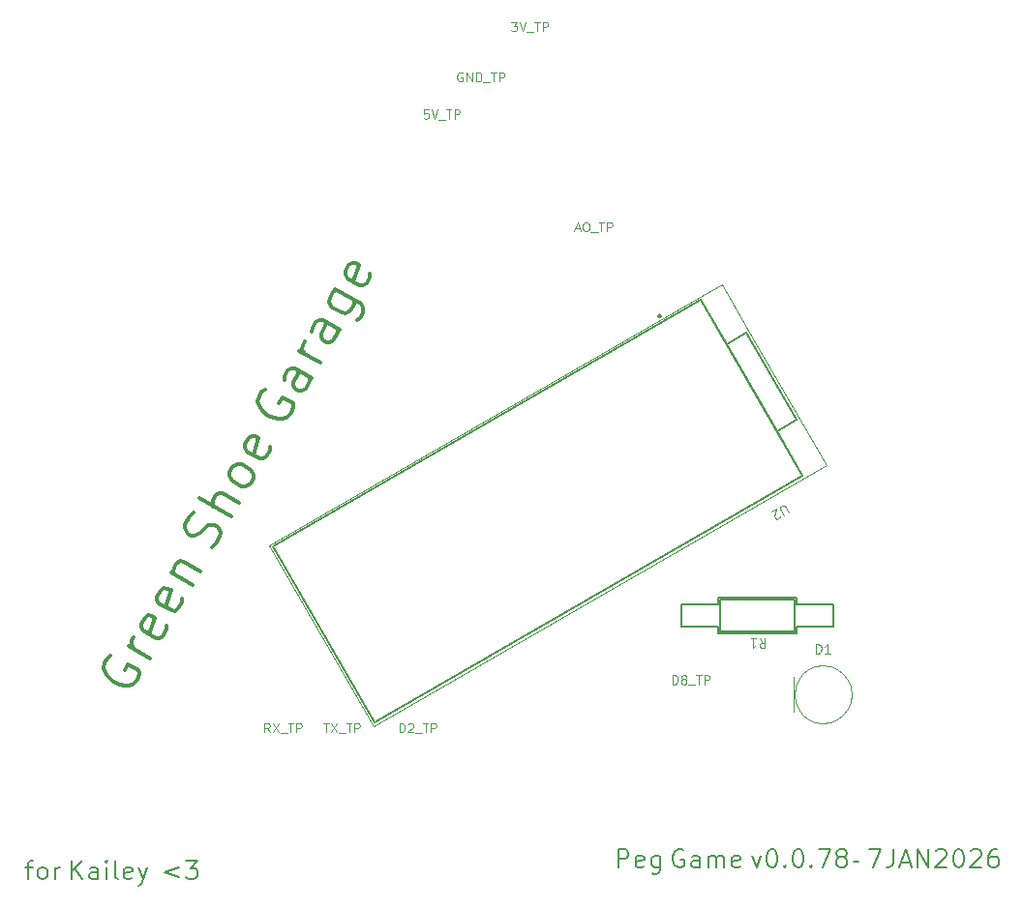
<source format=gbr>
%TF.GenerationSoftware,Flux,Pcbnew,9.0.6-9.0.6~ubuntu22.04.1*%
%TF.CreationDate,2026-01-08T03:09:05+00:00*%
%TF.ProjectId,input,696e7075-742e-46b6-9963-61645f706362,rev?*%
%TF.SameCoordinates,Original*%
%TF.FileFunction,Legend,Top*%
%TF.FilePolarity,Positive*%
%FSLAX46Y46*%
G04 Gerber Fmt 4.6, Leading zero omitted, Abs format (unit mm)*
G04 Filename: pegjumpinggamepcb-179b*
G04 Build it with Flux! Visit our site at: https://www.flux.ai (PCBNEW 9.0.6-9.0.6~ubuntu22.04.1) date 2026-01-08 03:09:05*
%MOMM*%
%LPD*%
G01*
G04 APERTURE LIST*
%ADD10C,0.190000*%
%ADD11C,0.380000*%
%ADD12C,0.095000*%
%ADD13C,0.120000*%
%ADD14C,0.200000*%
%ADD15C,0.127000*%
%ADD16C,0.050000*%
%ADD17C,0.152400*%
G04 APERTURE END LIST*
D10*
X425548880Y-206451943D02*
X426158404Y-206451943D01*
X425777452Y-207518610D02*
X425777452Y-206147181D01*
X425777452Y-206147181D02*
X425853642Y-205994800D01*
X425853642Y-205994800D02*
X426006023Y-205918610D01*
X426006023Y-205918610D02*
X426158404Y-205918610D01*
X426920309Y-207518610D02*
X426767928Y-207442420D01*
X426767928Y-207442420D02*
X426691738Y-207366229D01*
X426691738Y-207366229D02*
X426615547Y-207213848D01*
X426615547Y-207213848D02*
X426615547Y-206756705D01*
X426615547Y-206756705D02*
X426691738Y-206604324D01*
X426691738Y-206604324D02*
X426767928Y-206528134D01*
X426767928Y-206528134D02*
X426920309Y-206451943D01*
X426920309Y-206451943D02*
X427148881Y-206451943D01*
X427148881Y-206451943D02*
X427301262Y-206528134D01*
X427301262Y-206528134D02*
X427377452Y-206604324D01*
X427377452Y-206604324D02*
X427453643Y-206756705D01*
X427453643Y-206756705D02*
X427453643Y-207213848D01*
X427453643Y-207213848D02*
X427377452Y-207366229D01*
X427377452Y-207366229D02*
X427301262Y-207442420D01*
X427301262Y-207442420D02*
X427148881Y-207518610D01*
X427148881Y-207518610D02*
X426920309Y-207518610D01*
X428139357Y-207518610D02*
X428139357Y-206451943D01*
X428139357Y-206756705D02*
X428215547Y-206604324D01*
X428215547Y-206604324D02*
X428291738Y-206528134D01*
X428291738Y-206528134D02*
X428444119Y-206451943D01*
X428444119Y-206451943D02*
X428596500Y-206451943D01*
X429586976Y-207518610D02*
X429586976Y-205918610D01*
X430501262Y-207518610D02*
X429815547Y-206604324D01*
X430501262Y-205918610D02*
X429586976Y-206832896D01*
X431872690Y-207518610D02*
X431872690Y-206680515D01*
X431872690Y-206680515D02*
X431796500Y-206528134D01*
X431796500Y-206528134D02*
X431644119Y-206451943D01*
X431644119Y-206451943D02*
X431339357Y-206451943D01*
X431339357Y-206451943D02*
X431186976Y-206528134D01*
X431872690Y-207442420D02*
X431720309Y-207518610D01*
X431720309Y-207518610D02*
X431339357Y-207518610D01*
X431339357Y-207518610D02*
X431186976Y-207442420D01*
X431186976Y-207442420D02*
X431110785Y-207290039D01*
X431110785Y-207290039D02*
X431110785Y-207137658D01*
X431110785Y-207137658D02*
X431186976Y-206985277D01*
X431186976Y-206985277D02*
X431339357Y-206909086D01*
X431339357Y-206909086D02*
X431720309Y-206909086D01*
X431720309Y-206909086D02*
X431872690Y-206832896D01*
X432634595Y-207518610D02*
X432634595Y-206451943D01*
X432634595Y-205918610D02*
X432558404Y-205994800D01*
X432558404Y-205994800D02*
X432634595Y-206070991D01*
X432634595Y-206070991D02*
X432710785Y-205994800D01*
X432710785Y-205994800D02*
X432634595Y-205918610D01*
X432634595Y-205918610D02*
X432634595Y-206070991D01*
X433625071Y-207518610D02*
X433472690Y-207442420D01*
X433472690Y-207442420D02*
X433396500Y-207290039D01*
X433396500Y-207290039D02*
X433396500Y-205918610D01*
X434844119Y-207442420D02*
X434691738Y-207518610D01*
X434691738Y-207518610D02*
X434386976Y-207518610D01*
X434386976Y-207518610D02*
X434234595Y-207442420D01*
X434234595Y-207442420D02*
X434158404Y-207290039D01*
X434158404Y-207290039D02*
X434158404Y-206680515D01*
X434158404Y-206680515D02*
X434234595Y-206528134D01*
X434234595Y-206528134D02*
X434386976Y-206451943D01*
X434386976Y-206451943D02*
X434691738Y-206451943D01*
X434691738Y-206451943D02*
X434844119Y-206528134D01*
X434844119Y-206528134D02*
X434920309Y-206680515D01*
X434920309Y-206680515D02*
X434920309Y-206832896D01*
X434920309Y-206832896D02*
X434158404Y-206985277D01*
X435453643Y-206451943D02*
X435834595Y-207518610D01*
X436215548Y-206451943D02*
X435834595Y-207518610D01*
X435834595Y-207518610D02*
X435682214Y-207899562D01*
X435682214Y-207899562D02*
X435606024Y-207975753D01*
X435606024Y-207975753D02*
X435453643Y-208051943D01*
X438958406Y-206451943D02*
X437739358Y-206909086D01*
X437739358Y-206909086D02*
X438958406Y-207366229D01*
X439567929Y-205918610D02*
X440558405Y-205918610D01*
X440558405Y-205918610D02*
X440025072Y-206528134D01*
X440025072Y-206528134D02*
X440253643Y-206528134D01*
X440253643Y-206528134D02*
X440406024Y-206604324D01*
X440406024Y-206604324D02*
X440482215Y-206680515D01*
X440482215Y-206680515D02*
X440558405Y-206832896D01*
X440558405Y-206832896D02*
X440558405Y-207213848D01*
X440558405Y-207213848D02*
X440482215Y-207366229D01*
X440482215Y-207366229D02*
X440406024Y-207442420D01*
X440406024Y-207442420D02*
X440253643Y-207518610D01*
X440253643Y-207518610D02*
X439796500Y-207518610D01*
X439796500Y-207518610D02*
X439644119Y-207442420D01*
X439644119Y-207442420D02*
X439567929Y-207366229D01*
D11*
X433005866Y-187984442D02*
X432721520Y-188172183D01*
X432721520Y-188172183D02*
X432492948Y-188568080D01*
X432492948Y-188568080D02*
X432396343Y-189040168D01*
X432396343Y-189040168D02*
X432507893Y-189456480D01*
X432507893Y-189456480D02*
X432695634Y-189740827D01*
X432695634Y-189740827D02*
X433147307Y-190177555D01*
X433147307Y-190177555D02*
X433543204Y-190406126D01*
X433543204Y-190406126D02*
X434147258Y-190578922D01*
X434147258Y-190578922D02*
X434487380Y-190599338D01*
X434487380Y-190599338D02*
X434903692Y-190487787D01*
X434903692Y-190487787D02*
X435264230Y-190168080D01*
X435264230Y-190168080D02*
X435416611Y-189904149D01*
X435416611Y-189904149D02*
X435513216Y-189432061D01*
X435513216Y-189432061D02*
X435457441Y-189223904D01*
X435457441Y-189223904D02*
X434533680Y-188690571D01*
X434533680Y-188690571D02*
X434228919Y-189218434D01*
X436407087Y-188188593D02*
X434559566Y-187121927D01*
X435087429Y-187426689D02*
X434899688Y-187142342D01*
X434899688Y-187142342D02*
X434843913Y-186934186D01*
X434843913Y-186934186D02*
X434864328Y-186594064D01*
X434864328Y-186594064D02*
X435016709Y-186330132D01*
X437875121Y-185341122D02*
X437854706Y-185681244D01*
X437854706Y-185681244D02*
X437549944Y-186209107D01*
X437549944Y-186209107D02*
X437265597Y-186396848D01*
X437265597Y-186396848D02*
X436925475Y-186376433D01*
X436925475Y-186376433D02*
X435869749Y-185766909D01*
X435869749Y-185766909D02*
X435682008Y-185482563D01*
X435682008Y-185482563D02*
X435702423Y-185142440D01*
X435702423Y-185142440D02*
X436007185Y-184614577D01*
X436007185Y-184614577D02*
X436291531Y-184426836D01*
X436291531Y-184426836D02*
X436631653Y-184447251D01*
X436631653Y-184447251D02*
X436895585Y-184599632D01*
X436895585Y-184599632D02*
X436397612Y-186071671D01*
X439246549Y-182965738D02*
X439226134Y-183305860D01*
X439226134Y-183305860D02*
X438921372Y-183833723D01*
X438921372Y-183833723D02*
X438637025Y-184021464D01*
X438637025Y-184021464D02*
X438296903Y-184001049D01*
X438296903Y-184001049D02*
X437241177Y-183391525D01*
X437241177Y-183391525D02*
X437053436Y-183107179D01*
X437053436Y-183107179D02*
X437073851Y-182767057D01*
X437073851Y-182767057D02*
X437378613Y-182239194D01*
X437378613Y-182239194D02*
X437662960Y-182051452D01*
X437662960Y-182051452D02*
X438003082Y-182071868D01*
X438003082Y-182071868D02*
X438267014Y-182224249D01*
X438267014Y-182224249D02*
X437769040Y-183696287D01*
X438292899Y-180655604D02*
X440140420Y-181722271D01*
X438556830Y-180807985D02*
X438501055Y-180599829D01*
X438501055Y-180599829D02*
X438521470Y-180259707D01*
X438521470Y-180259707D02*
X438750042Y-179863810D01*
X438750042Y-179863810D02*
X439034388Y-179676069D01*
X439034388Y-179676069D02*
X439374510Y-179696484D01*
X439374510Y-179696484D02*
X440826134Y-180534579D01*
X441837025Y-178478902D02*
X442197563Y-178159195D01*
X442197563Y-178159195D02*
X442578515Y-177499366D01*
X442578515Y-177499366D02*
X442598930Y-177159244D01*
X442598930Y-177159244D02*
X442543155Y-176951088D01*
X442543155Y-176951088D02*
X442355414Y-176666741D01*
X442355414Y-176666741D02*
X442091482Y-176514360D01*
X442091482Y-176514360D02*
X441751360Y-176493945D01*
X441751360Y-176493945D02*
X441543204Y-176549720D01*
X441543204Y-176549720D02*
X441258857Y-176737461D01*
X441258857Y-176737461D02*
X440822130Y-177189134D01*
X440822130Y-177189134D02*
X440537783Y-177376875D01*
X440537783Y-177376875D02*
X440329627Y-177432650D01*
X440329627Y-177432650D02*
X439989505Y-177412235D01*
X439989505Y-177412235D02*
X439725573Y-177259854D01*
X439725573Y-177259854D02*
X439537832Y-176975507D01*
X439537832Y-176975507D02*
X439482057Y-176767351D01*
X439482057Y-176767351D02*
X439502472Y-176427229D01*
X439502472Y-176427229D02*
X439883424Y-175767400D01*
X439883424Y-175767400D02*
X440243961Y-175447693D01*
X443568991Y-175783811D02*
X440797710Y-174183811D01*
X444254706Y-174596119D02*
X442803082Y-173758024D01*
X442803082Y-173758024D02*
X442462960Y-173737609D01*
X442462960Y-173737609D02*
X442178613Y-173925350D01*
X442178613Y-173925350D02*
X441950042Y-174321247D01*
X441950042Y-174321247D02*
X441929627Y-174661369D01*
X441929627Y-174661369D02*
X441985402Y-174869525D01*
X445245182Y-172880564D02*
X444960835Y-173068305D01*
X444960835Y-173068305D02*
X444752679Y-173124080D01*
X444752679Y-173124080D02*
X444412557Y-173103665D01*
X444412557Y-173103665D02*
X443620762Y-172646522D01*
X443620762Y-172646522D02*
X443433021Y-172362176D01*
X443433021Y-172362176D02*
X443377246Y-172154019D01*
X443377246Y-172154019D02*
X443397661Y-171813897D01*
X443397661Y-171813897D02*
X443626232Y-171418000D01*
X443626232Y-171418000D02*
X443910579Y-171230259D01*
X443910579Y-171230259D02*
X444118735Y-171174484D01*
X444118735Y-171174484D02*
X444458857Y-171194899D01*
X444458857Y-171194899D02*
X445250652Y-171652042D01*
X445250652Y-171652042D02*
X445438393Y-171936388D01*
X445438393Y-171936388D02*
X445494168Y-172144545D01*
X445494168Y-172144545D02*
X445473753Y-172484667D01*
X445473753Y-172484667D02*
X445245182Y-172880564D01*
X446941787Y-169637195D02*
X446921372Y-169977317D01*
X446921372Y-169977317D02*
X446616610Y-170505180D01*
X446616610Y-170505180D02*
X446332263Y-170692921D01*
X446332263Y-170692921D02*
X445992141Y-170672506D01*
X445992141Y-170672506D02*
X444936415Y-170062982D01*
X444936415Y-170062982D02*
X444748674Y-169778635D01*
X444748674Y-169778635D02*
X444769089Y-169438513D01*
X444769089Y-169438513D02*
X445073851Y-168910650D01*
X445073851Y-168910650D02*
X445358198Y-168722909D01*
X445358198Y-168722909D02*
X445698320Y-168743324D01*
X445698320Y-168743324D02*
X445962252Y-168895705D01*
X445962252Y-168895705D02*
X445464278Y-170367744D01*
X446491580Y-164626500D02*
X446207234Y-164814241D01*
X446207234Y-164814241D02*
X445978662Y-165210138D01*
X445978662Y-165210138D02*
X445882057Y-165682226D01*
X445882057Y-165682226D02*
X445993607Y-166098539D01*
X445993607Y-166098539D02*
X446181348Y-166382885D01*
X446181348Y-166382885D02*
X446633021Y-166819613D01*
X446633021Y-166819613D02*
X447028918Y-167048184D01*
X447028918Y-167048184D02*
X447632972Y-167220981D01*
X447632972Y-167220981D02*
X447973094Y-167241396D01*
X447973094Y-167241396D02*
X448389406Y-167129845D01*
X448389406Y-167129845D02*
X448749944Y-166810138D01*
X448749944Y-166810138D02*
X448902325Y-166546207D01*
X448902325Y-166546207D02*
X448998930Y-166074119D01*
X448998930Y-166074119D02*
X448943155Y-165865963D01*
X448943155Y-165865963D02*
X448019394Y-165332629D01*
X448019394Y-165332629D02*
X447714633Y-165860492D01*
X450578515Y-163642960D02*
X449126891Y-162804864D01*
X449126891Y-162804864D02*
X448786769Y-162784449D01*
X448786769Y-162784449D02*
X448502423Y-162972190D01*
X448502423Y-162972190D02*
X448197661Y-163500053D01*
X448197661Y-163500053D02*
X448177246Y-163840175D01*
X450446549Y-163566769D02*
X450426134Y-163906891D01*
X450426134Y-163906891D02*
X450045182Y-164566720D01*
X450045182Y-164566720D02*
X449760835Y-164754461D01*
X449760835Y-164754461D02*
X449420713Y-164734046D01*
X449420713Y-164734046D02*
X449156781Y-164581665D01*
X449156781Y-164581665D02*
X448969040Y-164297318D01*
X448969040Y-164297318D02*
X448989455Y-163957196D01*
X448989455Y-163957196D02*
X449370408Y-163297367D01*
X449370408Y-163297367D02*
X449390823Y-162957245D01*
X451340420Y-162323302D02*
X449492899Y-161256635D01*
X450020762Y-161561397D02*
X449833021Y-161277050D01*
X449833021Y-161277050D02*
X449777246Y-161068894D01*
X449777246Y-161068894D02*
X449797661Y-160728772D01*
X449797661Y-160728772D02*
X449950042Y-160464841D01*
X453016610Y-159420055D02*
X451564986Y-158581960D01*
X451564986Y-158581960D02*
X451224864Y-158561545D01*
X451224864Y-158561545D02*
X450940518Y-158749286D01*
X450940518Y-158749286D02*
X450635756Y-159277149D01*
X450635756Y-159277149D02*
X450615341Y-159617271D01*
X452884644Y-159343865D02*
X452864229Y-159683987D01*
X452864229Y-159683987D02*
X452483277Y-160343816D01*
X452483277Y-160343816D02*
X452198930Y-160531557D01*
X452198930Y-160531557D02*
X451858808Y-160511142D01*
X451858808Y-160511142D02*
X451594876Y-160358761D01*
X451594876Y-160358761D02*
X451407135Y-160074414D01*
X451407135Y-160074414D02*
X451427550Y-159734292D01*
X451427550Y-159734292D02*
X451808503Y-159074463D01*
X451808503Y-159074463D02*
X451828918Y-158734341D01*
X452616708Y-155846039D02*
X454860126Y-157141277D01*
X454860126Y-157141277D02*
X455047867Y-157425624D01*
X455047867Y-157425624D02*
X455103643Y-157633780D01*
X455103643Y-157633780D02*
X455083228Y-157973902D01*
X455083228Y-157973902D02*
X454854656Y-158369799D01*
X454854656Y-158369799D02*
X454570309Y-158557540D01*
X454332263Y-156836515D02*
X454311848Y-157176637D01*
X454311848Y-157176637D02*
X454007086Y-157704500D01*
X454007086Y-157704500D02*
X453722739Y-157892241D01*
X453722739Y-157892241D02*
X453514583Y-157948017D01*
X453514583Y-157948017D02*
X453174461Y-157927601D01*
X453174461Y-157927601D02*
X452382666Y-157470459D01*
X452382666Y-157470459D02*
X452194925Y-157186112D01*
X452194925Y-157186112D02*
X452139150Y-156977956D01*
X452139150Y-156977956D02*
X452159565Y-156637834D01*
X452159565Y-156637834D02*
X452464327Y-156109970D01*
X452464327Y-156109970D02*
X452748674Y-155922229D01*
X455703692Y-154461131D02*
X455683277Y-154801253D01*
X455683277Y-154801253D02*
X455378515Y-155329116D01*
X455378515Y-155329116D02*
X455094168Y-155516857D01*
X455094168Y-155516857D02*
X454754046Y-155496442D01*
X454754046Y-155496442D02*
X453698320Y-154886918D01*
X453698320Y-154886918D02*
X453510579Y-154602572D01*
X453510579Y-154602572D02*
X453530994Y-154262450D01*
X453530994Y-154262450D02*
X453835756Y-153734587D01*
X453835756Y-153734587D02*
X454120102Y-153546846D01*
X454120102Y-153546846D02*
X454460224Y-153567261D01*
X454460224Y-153567261D02*
X454724156Y-153719642D01*
X454724156Y-153719642D02*
X454226183Y-155191680D01*
D10*
X477384752Y-206509310D02*
X477384752Y-204909310D01*
X477384752Y-204909310D02*
X477994276Y-204909310D01*
X477994276Y-204909310D02*
X478146657Y-204985500D01*
X478146657Y-204985500D02*
X478222847Y-205061691D01*
X478222847Y-205061691D02*
X478299038Y-205214072D01*
X478299038Y-205214072D02*
X478299038Y-205442643D01*
X478299038Y-205442643D02*
X478222847Y-205595024D01*
X478222847Y-205595024D02*
X478146657Y-205671215D01*
X478146657Y-205671215D02*
X477994276Y-205747405D01*
X477994276Y-205747405D02*
X477384752Y-205747405D01*
X479594276Y-206433120D02*
X479441895Y-206509310D01*
X479441895Y-206509310D02*
X479137133Y-206509310D01*
X479137133Y-206509310D02*
X478984752Y-206433120D01*
X478984752Y-206433120D02*
X478908561Y-206280739D01*
X478908561Y-206280739D02*
X478908561Y-205671215D01*
X478908561Y-205671215D02*
X478984752Y-205518834D01*
X478984752Y-205518834D02*
X479137133Y-205442643D01*
X479137133Y-205442643D02*
X479441895Y-205442643D01*
X479441895Y-205442643D02*
X479594276Y-205518834D01*
X479594276Y-205518834D02*
X479670466Y-205671215D01*
X479670466Y-205671215D02*
X479670466Y-205823596D01*
X479670466Y-205823596D02*
X478908561Y-205975977D01*
X481041895Y-205442643D02*
X481041895Y-206737881D01*
X481041895Y-206737881D02*
X480965705Y-206890262D01*
X480965705Y-206890262D02*
X480889514Y-206966453D01*
X480889514Y-206966453D02*
X480737133Y-207042643D01*
X480737133Y-207042643D02*
X480508562Y-207042643D01*
X480508562Y-207042643D02*
X480356181Y-206966453D01*
X481041895Y-206433120D02*
X480889514Y-206509310D01*
X480889514Y-206509310D02*
X480584752Y-206509310D01*
X480584752Y-206509310D02*
X480432371Y-206433120D01*
X480432371Y-206433120D02*
X480356181Y-206356929D01*
X480356181Y-206356929D02*
X480279990Y-206204548D01*
X480279990Y-206204548D02*
X480279990Y-205747405D01*
X480279990Y-205747405D02*
X480356181Y-205595024D01*
X480356181Y-205595024D02*
X480432371Y-205518834D01*
X480432371Y-205518834D02*
X480584752Y-205442643D01*
X480584752Y-205442643D02*
X480889514Y-205442643D01*
X480889514Y-205442643D02*
X481041895Y-205518834D01*
X483099038Y-204985500D02*
X482946657Y-204909310D01*
X482946657Y-204909310D02*
X482718086Y-204909310D01*
X482718086Y-204909310D02*
X482489514Y-204985500D01*
X482489514Y-204985500D02*
X482337133Y-205137881D01*
X482337133Y-205137881D02*
X482260943Y-205290262D01*
X482260943Y-205290262D02*
X482184752Y-205595024D01*
X482184752Y-205595024D02*
X482184752Y-205823596D01*
X482184752Y-205823596D02*
X482260943Y-206128358D01*
X482260943Y-206128358D02*
X482337133Y-206280739D01*
X482337133Y-206280739D02*
X482489514Y-206433120D01*
X482489514Y-206433120D02*
X482718086Y-206509310D01*
X482718086Y-206509310D02*
X482870467Y-206509310D01*
X482870467Y-206509310D02*
X483099038Y-206433120D01*
X483099038Y-206433120D02*
X483175229Y-206356929D01*
X483175229Y-206356929D02*
X483175229Y-205823596D01*
X483175229Y-205823596D02*
X482870467Y-205823596D01*
X484546657Y-206509310D02*
X484546657Y-205671215D01*
X484546657Y-205671215D02*
X484470467Y-205518834D01*
X484470467Y-205518834D02*
X484318086Y-205442643D01*
X484318086Y-205442643D02*
X484013324Y-205442643D01*
X484013324Y-205442643D02*
X483860943Y-205518834D01*
X484546657Y-206433120D02*
X484394276Y-206509310D01*
X484394276Y-206509310D02*
X484013324Y-206509310D01*
X484013324Y-206509310D02*
X483860943Y-206433120D01*
X483860943Y-206433120D02*
X483784752Y-206280739D01*
X483784752Y-206280739D02*
X483784752Y-206128358D01*
X483784752Y-206128358D02*
X483860943Y-205975977D01*
X483860943Y-205975977D02*
X484013324Y-205899786D01*
X484013324Y-205899786D02*
X484394276Y-205899786D01*
X484394276Y-205899786D02*
X484546657Y-205823596D01*
X485308562Y-206509310D02*
X485308562Y-205442643D01*
X485308562Y-205595024D02*
X485384752Y-205518834D01*
X485384752Y-205518834D02*
X485537133Y-205442643D01*
X485537133Y-205442643D02*
X485765705Y-205442643D01*
X485765705Y-205442643D02*
X485918086Y-205518834D01*
X485918086Y-205518834D02*
X485994276Y-205671215D01*
X485994276Y-205671215D02*
X485994276Y-206509310D01*
X485994276Y-205671215D02*
X486070467Y-205518834D01*
X486070467Y-205518834D02*
X486222848Y-205442643D01*
X486222848Y-205442643D02*
X486451419Y-205442643D01*
X486451419Y-205442643D02*
X486603800Y-205518834D01*
X486603800Y-205518834D02*
X486679990Y-205671215D01*
X486679990Y-205671215D02*
X486679990Y-206509310D01*
X488051419Y-206433120D02*
X487899038Y-206509310D01*
X487899038Y-206509310D02*
X487594276Y-206509310D01*
X487594276Y-206509310D02*
X487441895Y-206433120D01*
X487441895Y-206433120D02*
X487365704Y-206280739D01*
X487365704Y-206280739D02*
X487365704Y-205671215D01*
X487365704Y-205671215D02*
X487441895Y-205518834D01*
X487441895Y-205518834D02*
X487594276Y-205442643D01*
X487594276Y-205442643D02*
X487899038Y-205442643D01*
X487899038Y-205442643D02*
X488051419Y-205518834D01*
X488051419Y-205518834D02*
X488127609Y-205671215D01*
X488127609Y-205671215D02*
X488127609Y-205823596D01*
X488127609Y-205823596D02*
X487365704Y-205975977D01*
X489118086Y-205442643D02*
X489499038Y-206509310D01*
X489499038Y-206509310D02*
X489879991Y-205442643D01*
X490794277Y-204909310D02*
X490946658Y-204909310D01*
X490946658Y-204909310D02*
X491099039Y-204985500D01*
X491099039Y-204985500D02*
X491175229Y-205061691D01*
X491175229Y-205061691D02*
X491251420Y-205214072D01*
X491251420Y-205214072D02*
X491327610Y-205518834D01*
X491327610Y-205518834D02*
X491327610Y-205899786D01*
X491327610Y-205899786D02*
X491251420Y-206204548D01*
X491251420Y-206204548D02*
X491175229Y-206356929D01*
X491175229Y-206356929D02*
X491099039Y-206433120D01*
X491099039Y-206433120D02*
X490946658Y-206509310D01*
X490946658Y-206509310D02*
X490794277Y-206509310D01*
X490794277Y-206509310D02*
X490641896Y-206433120D01*
X490641896Y-206433120D02*
X490565705Y-206356929D01*
X490565705Y-206356929D02*
X490489515Y-206204548D01*
X490489515Y-206204548D02*
X490413324Y-205899786D01*
X490413324Y-205899786D02*
X490413324Y-205518834D01*
X490413324Y-205518834D02*
X490489515Y-205214072D01*
X490489515Y-205214072D02*
X490565705Y-205061691D01*
X490565705Y-205061691D02*
X490641896Y-204985500D01*
X490641896Y-204985500D02*
X490794277Y-204909310D01*
X492013325Y-206356929D02*
X492089515Y-206433120D01*
X492089515Y-206433120D02*
X492013325Y-206509310D01*
X492013325Y-206509310D02*
X491937134Y-206433120D01*
X491937134Y-206433120D02*
X492013325Y-206356929D01*
X492013325Y-206356929D02*
X492013325Y-206509310D01*
X493079992Y-204909310D02*
X493232373Y-204909310D01*
X493232373Y-204909310D02*
X493384754Y-204985500D01*
X493384754Y-204985500D02*
X493460944Y-205061691D01*
X493460944Y-205061691D02*
X493537135Y-205214072D01*
X493537135Y-205214072D02*
X493613325Y-205518834D01*
X493613325Y-205518834D02*
X493613325Y-205899786D01*
X493613325Y-205899786D02*
X493537135Y-206204548D01*
X493537135Y-206204548D02*
X493460944Y-206356929D01*
X493460944Y-206356929D02*
X493384754Y-206433120D01*
X493384754Y-206433120D02*
X493232373Y-206509310D01*
X493232373Y-206509310D02*
X493079992Y-206509310D01*
X493079992Y-206509310D02*
X492927611Y-206433120D01*
X492927611Y-206433120D02*
X492851420Y-206356929D01*
X492851420Y-206356929D02*
X492775230Y-206204548D01*
X492775230Y-206204548D02*
X492699039Y-205899786D01*
X492699039Y-205899786D02*
X492699039Y-205518834D01*
X492699039Y-205518834D02*
X492775230Y-205214072D01*
X492775230Y-205214072D02*
X492851420Y-205061691D01*
X492851420Y-205061691D02*
X492927611Y-204985500D01*
X492927611Y-204985500D02*
X493079992Y-204909310D01*
X494299040Y-206356929D02*
X494375230Y-206433120D01*
X494375230Y-206433120D02*
X494299040Y-206509310D01*
X494299040Y-206509310D02*
X494222849Y-206433120D01*
X494222849Y-206433120D02*
X494299040Y-206356929D01*
X494299040Y-206356929D02*
X494299040Y-206509310D01*
X494908564Y-204909310D02*
X495975231Y-204909310D01*
X495975231Y-204909310D02*
X495289516Y-206509310D01*
X496813326Y-205595024D02*
X496660945Y-205518834D01*
X496660945Y-205518834D02*
X496584755Y-205442643D01*
X496584755Y-205442643D02*
X496508564Y-205290262D01*
X496508564Y-205290262D02*
X496508564Y-205214072D01*
X496508564Y-205214072D02*
X496584755Y-205061691D01*
X496584755Y-205061691D02*
X496660945Y-204985500D01*
X496660945Y-204985500D02*
X496813326Y-204909310D01*
X496813326Y-204909310D02*
X497118088Y-204909310D01*
X497118088Y-204909310D02*
X497270469Y-204985500D01*
X497270469Y-204985500D02*
X497346660Y-205061691D01*
X497346660Y-205061691D02*
X497422850Y-205214072D01*
X497422850Y-205214072D02*
X497422850Y-205290262D01*
X497422850Y-205290262D02*
X497346660Y-205442643D01*
X497346660Y-205442643D02*
X497270469Y-205518834D01*
X497270469Y-205518834D02*
X497118088Y-205595024D01*
X497118088Y-205595024D02*
X496813326Y-205595024D01*
X496813326Y-205595024D02*
X496660945Y-205671215D01*
X496660945Y-205671215D02*
X496584755Y-205747405D01*
X496584755Y-205747405D02*
X496508564Y-205899786D01*
X496508564Y-205899786D02*
X496508564Y-206204548D01*
X496508564Y-206204548D02*
X496584755Y-206356929D01*
X496584755Y-206356929D02*
X496660945Y-206433120D01*
X496660945Y-206433120D02*
X496813326Y-206509310D01*
X496813326Y-206509310D02*
X497118088Y-206509310D01*
X497118088Y-206509310D02*
X497270469Y-206433120D01*
X497270469Y-206433120D02*
X497346660Y-206356929D01*
X497346660Y-206356929D02*
X497422850Y-206204548D01*
X497422850Y-206204548D02*
X497422850Y-205899786D01*
X497422850Y-205899786D02*
X497346660Y-205747405D01*
X497346660Y-205747405D02*
X497270469Y-205671215D01*
X497270469Y-205671215D02*
X497118088Y-205595024D01*
X497956184Y-205975977D02*
X498413327Y-205975977D01*
X499327613Y-204909310D02*
X500394280Y-204909310D01*
X500394280Y-204909310D02*
X499708565Y-206509310D01*
X501460947Y-204909310D02*
X501460947Y-206052167D01*
X501460947Y-206052167D02*
X501384756Y-206280739D01*
X501384756Y-206280739D02*
X501232375Y-206433120D01*
X501232375Y-206433120D02*
X501003804Y-206509310D01*
X501003804Y-206509310D02*
X500851423Y-206509310D01*
X502146661Y-206052167D02*
X502908566Y-206052167D01*
X501994280Y-206509310D02*
X502527614Y-204909310D01*
X502527614Y-204909310D02*
X503060947Y-206509310D01*
X503594281Y-206509310D02*
X503594281Y-204909310D01*
X503594281Y-204909310D02*
X504508567Y-206509310D01*
X504508567Y-206509310D02*
X504508567Y-204909310D01*
X505194280Y-205061691D02*
X505270471Y-204985500D01*
X505270471Y-204985500D02*
X505422852Y-204909310D01*
X505422852Y-204909310D02*
X505803804Y-204909310D01*
X505803804Y-204909310D02*
X505956185Y-204985500D01*
X505956185Y-204985500D02*
X506032376Y-205061691D01*
X506032376Y-205061691D02*
X506108566Y-205214072D01*
X506108566Y-205214072D02*
X506108566Y-205366453D01*
X506108566Y-205366453D02*
X506032376Y-205595024D01*
X506032376Y-205595024D02*
X505118090Y-206509310D01*
X505118090Y-206509310D02*
X506108566Y-206509310D01*
X507099043Y-204909310D02*
X507251424Y-204909310D01*
X507251424Y-204909310D02*
X507403805Y-204985500D01*
X507403805Y-204985500D02*
X507479995Y-205061691D01*
X507479995Y-205061691D02*
X507556186Y-205214072D01*
X507556186Y-205214072D02*
X507632376Y-205518834D01*
X507632376Y-205518834D02*
X507632376Y-205899786D01*
X507632376Y-205899786D02*
X507556186Y-206204548D01*
X507556186Y-206204548D02*
X507479995Y-206356929D01*
X507479995Y-206356929D02*
X507403805Y-206433120D01*
X507403805Y-206433120D02*
X507251424Y-206509310D01*
X507251424Y-206509310D02*
X507099043Y-206509310D01*
X507099043Y-206509310D02*
X506946662Y-206433120D01*
X506946662Y-206433120D02*
X506870471Y-206356929D01*
X506870471Y-206356929D02*
X506794281Y-206204548D01*
X506794281Y-206204548D02*
X506718090Y-205899786D01*
X506718090Y-205899786D02*
X506718090Y-205518834D01*
X506718090Y-205518834D02*
X506794281Y-205214072D01*
X506794281Y-205214072D02*
X506870471Y-205061691D01*
X506870471Y-205061691D02*
X506946662Y-204985500D01*
X506946662Y-204985500D02*
X507099043Y-204909310D01*
X508241900Y-205061691D02*
X508318091Y-204985500D01*
X508318091Y-204985500D02*
X508470472Y-204909310D01*
X508470472Y-204909310D02*
X508851424Y-204909310D01*
X508851424Y-204909310D02*
X509003805Y-204985500D01*
X509003805Y-204985500D02*
X509079996Y-205061691D01*
X509079996Y-205061691D02*
X509156186Y-205214072D01*
X509156186Y-205214072D02*
X509156186Y-205366453D01*
X509156186Y-205366453D02*
X509079996Y-205595024D01*
X509079996Y-205595024D02*
X508165710Y-206509310D01*
X508165710Y-206509310D02*
X509156186Y-206509310D01*
X510527615Y-204909310D02*
X510222853Y-204909310D01*
X510222853Y-204909310D02*
X510070472Y-204985500D01*
X510070472Y-204985500D02*
X509994282Y-205061691D01*
X509994282Y-205061691D02*
X509841901Y-205290262D01*
X509841901Y-205290262D02*
X509765710Y-205595024D01*
X509765710Y-205595024D02*
X509765710Y-206204548D01*
X509765710Y-206204548D02*
X509841901Y-206356929D01*
X509841901Y-206356929D02*
X509918091Y-206433120D01*
X509918091Y-206433120D02*
X510070472Y-206509310D01*
X510070472Y-206509310D02*
X510375234Y-206509310D01*
X510375234Y-206509310D02*
X510527615Y-206433120D01*
X510527615Y-206433120D02*
X510603806Y-206356929D01*
X510603806Y-206356929D02*
X510679996Y-206204548D01*
X510679996Y-206204548D02*
X510679996Y-205823596D01*
X510679996Y-205823596D02*
X510603806Y-205671215D01*
X510603806Y-205671215D02*
X510527615Y-205595024D01*
X510527615Y-205595024D02*
X510375234Y-205518834D01*
X510375234Y-205518834D02*
X510070472Y-205518834D01*
X510070472Y-205518834D02*
X509918091Y-205595024D01*
X509918091Y-205595024D02*
X509841901Y-205671215D01*
X509841901Y-205671215D02*
X509765710Y-205823596D01*
D12*
X482157800Y-190446555D02*
X482157800Y-189646555D01*
X482157800Y-189646555D02*
X482348276Y-189646555D01*
X482348276Y-189646555D02*
X482462562Y-189684650D01*
X482462562Y-189684650D02*
X482538752Y-189760840D01*
X482538752Y-189760840D02*
X482576847Y-189837031D01*
X482576847Y-189837031D02*
X482614943Y-189989412D01*
X482614943Y-189989412D02*
X482614943Y-190103698D01*
X482614943Y-190103698D02*
X482576847Y-190256079D01*
X482576847Y-190256079D02*
X482538752Y-190332269D01*
X482538752Y-190332269D02*
X482462562Y-190408460D01*
X482462562Y-190408460D02*
X482348276Y-190446555D01*
X482348276Y-190446555D02*
X482157800Y-190446555D01*
X483072085Y-189989412D02*
X482995895Y-189951317D01*
X482995895Y-189951317D02*
X482957800Y-189913221D01*
X482957800Y-189913221D02*
X482919704Y-189837031D01*
X482919704Y-189837031D02*
X482919704Y-189798936D01*
X482919704Y-189798936D02*
X482957800Y-189722745D01*
X482957800Y-189722745D02*
X482995895Y-189684650D01*
X482995895Y-189684650D02*
X483072085Y-189646555D01*
X483072085Y-189646555D02*
X483224466Y-189646555D01*
X483224466Y-189646555D02*
X483300657Y-189684650D01*
X483300657Y-189684650D02*
X483338752Y-189722745D01*
X483338752Y-189722745D02*
X483376847Y-189798936D01*
X483376847Y-189798936D02*
X483376847Y-189837031D01*
X483376847Y-189837031D02*
X483338752Y-189913221D01*
X483338752Y-189913221D02*
X483300657Y-189951317D01*
X483300657Y-189951317D02*
X483224466Y-189989412D01*
X483224466Y-189989412D02*
X483072085Y-189989412D01*
X483072085Y-189989412D02*
X482995895Y-190027507D01*
X482995895Y-190027507D02*
X482957800Y-190065602D01*
X482957800Y-190065602D02*
X482919704Y-190141793D01*
X482919704Y-190141793D02*
X482919704Y-190294174D01*
X482919704Y-190294174D02*
X482957800Y-190370364D01*
X482957800Y-190370364D02*
X482995895Y-190408460D01*
X482995895Y-190408460D02*
X483072085Y-190446555D01*
X483072085Y-190446555D02*
X483224466Y-190446555D01*
X483224466Y-190446555D02*
X483300657Y-190408460D01*
X483300657Y-190408460D02*
X483338752Y-190370364D01*
X483338752Y-190370364D02*
X483376847Y-190294174D01*
X483376847Y-190294174D02*
X483376847Y-190141793D01*
X483376847Y-190141793D02*
X483338752Y-190065602D01*
X483338752Y-190065602D02*
X483300657Y-190027507D01*
X483300657Y-190027507D02*
X483224466Y-189989412D01*
X483529229Y-190522745D02*
X484138752Y-190522745D01*
X484214943Y-189646555D02*
X484672086Y-189646555D01*
X484443514Y-190446555D02*
X484443514Y-189646555D01*
X484938753Y-190446555D02*
X484938753Y-189646555D01*
X484938753Y-189646555D02*
X485243515Y-189646555D01*
X485243515Y-189646555D02*
X485319705Y-189684650D01*
X485319705Y-189684650D02*
X485357800Y-189722745D01*
X485357800Y-189722745D02*
X485395896Y-189798936D01*
X485395896Y-189798936D02*
X485395896Y-189913221D01*
X485395896Y-189913221D02*
X485357800Y-189989412D01*
X485357800Y-189989412D02*
X485319705Y-190027507D01*
X485319705Y-190027507D02*
X485243515Y-190065602D01*
X485243515Y-190065602D02*
X484938753Y-190065602D01*
X494704824Y-187732855D02*
X494704824Y-186932855D01*
X494704824Y-186932855D02*
X494895300Y-186932855D01*
X494895300Y-186932855D02*
X495009586Y-186970950D01*
X495009586Y-186970950D02*
X495085776Y-187047140D01*
X495085776Y-187047140D02*
X495123871Y-187123331D01*
X495123871Y-187123331D02*
X495161967Y-187275712D01*
X495161967Y-187275712D02*
X495161967Y-187389998D01*
X495161967Y-187389998D02*
X495123871Y-187542379D01*
X495123871Y-187542379D02*
X495085776Y-187618569D01*
X495085776Y-187618569D02*
X495009586Y-187694760D01*
X495009586Y-187694760D02*
X494895300Y-187732855D01*
X494895300Y-187732855D02*
X494704824Y-187732855D01*
X495923871Y-187732855D02*
X495466728Y-187732855D01*
X495695300Y-187732855D02*
X495695300Y-186932855D01*
X495695300Y-186932855D02*
X495619109Y-187047140D01*
X495619109Y-187047140D02*
X495542919Y-187123331D01*
X495542919Y-187123331D02*
X495466728Y-187161426D01*
X463761252Y-136928250D02*
X463685062Y-136890155D01*
X463685062Y-136890155D02*
X463570776Y-136890155D01*
X463570776Y-136890155D02*
X463456490Y-136928250D01*
X463456490Y-136928250D02*
X463380300Y-137004440D01*
X463380300Y-137004440D02*
X463342205Y-137080631D01*
X463342205Y-137080631D02*
X463304109Y-137233012D01*
X463304109Y-137233012D02*
X463304109Y-137347298D01*
X463304109Y-137347298D02*
X463342205Y-137499679D01*
X463342205Y-137499679D02*
X463380300Y-137575869D01*
X463380300Y-137575869D02*
X463456490Y-137652060D01*
X463456490Y-137652060D02*
X463570776Y-137690155D01*
X463570776Y-137690155D02*
X463646967Y-137690155D01*
X463646967Y-137690155D02*
X463761252Y-137652060D01*
X463761252Y-137652060D02*
X463799348Y-137613964D01*
X463799348Y-137613964D02*
X463799348Y-137347298D01*
X463799348Y-137347298D02*
X463646967Y-137347298D01*
X464142205Y-137690155D02*
X464142205Y-136890155D01*
X464142205Y-136890155D02*
X464599348Y-137690155D01*
X464599348Y-137690155D02*
X464599348Y-136890155D01*
X464980300Y-137690155D02*
X464980300Y-136890155D01*
X464980300Y-136890155D02*
X465170776Y-136890155D01*
X465170776Y-136890155D02*
X465285062Y-136928250D01*
X465285062Y-136928250D02*
X465361252Y-137004440D01*
X465361252Y-137004440D02*
X465399347Y-137080631D01*
X465399347Y-137080631D02*
X465437443Y-137233012D01*
X465437443Y-137233012D02*
X465437443Y-137347298D01*
X465437443Y-137347298D02*
X465399347Y-137499679D01*
X465399347Y-137499679D02*
X465361252Y-137575869D01*
X465361252Y-137575869D02*
X465285062Y-137652060D01*
X465285062Y-137652060D02*
X465170776Y-137690155D01*
X465170776Y-137690155D02*
X464980300Y-137690155D01*
X465589824Y-137766345D02*
X466199347Y-137766345D01*
X466275538Y-136890155D02*
X466732681Y-136890155D01*
X466504109Y-137690155D02*
X466504109Y-136890155D01*
X466999348Y-137690155D02*
X466999348Y-136890155D01*
X466999348Y-136890155D02*
X467304110Y-136890155D01*
X467304110Y-136890155D02*
X467380300Y-136928250D01*
X467380300Y-136928250D02*
X467418395Y-136966345D01*
X467418395Y-136966345D02*
X467456491Y-137042536D01*
X467456491Y-137042536D02*
X467456491Y-137156821D01*
X467456491Y-137156821D02*
X467418395Y-137233012D01*
X467418395Y-137233012D02*
X467380300Y-137271107D01*
X467380300Y-137271107D02*
X467304110Y-137309202D01*
X467304110Y-137309202D02*
X466999348Y-137309202D01*
X492305100Y-175410234D02*
X491981290Y-174849380D01*
X491981290Y-174849380D02*
X491910204Y-174802444D01*
X491910204Y-174802444D02*
X491858165Y-174788501D01*
X491858165Y-174788501D02*
X491773134Y-174793604D01*
X491773134Y-174793604D02*
X491641168Y-174869795D01*
X491641168Y-174869795D02*
X491594233Y-174940882D01*
X491594233Y-174940882D02*
X491580289Y-174992921D01*
X491580289Y-174992921D02*
X491585393Y-175077951D01*
X491585393Y-175077951D02*
X491909203Y-175638806D01*
X491574185Y-175744251D02*
X491560241Y-175796290D01*
X491560241Y-175796290D02*
X491513306Y-175867377D01*
X491513306Y-175867377D02*
X491348348Y-175962615D01*
X491348348Y-175962615D02*
X491263318Y-175967719D01*
X491263318Y-175967719D02*
X491211279Y-175953775D01*
X491211279Y-175953775D02*
X491140192Y-175906840D01*
X491140192Y-175906840D02*
X491102097Y-175840857D01*
X491102097Y-175840857D02*
X491077945Y-175722835D01*
X491077945Y-175722835D02*
X491245271Y-175098366D01*
X491245271Y-175098366D02*
X490816383Y-175345985D01*
X473634652Y-150560883D02*
X474015605Y-150560883D01*
X473558462Y-150789455D02*
X473825129Y-149989455D01*
X473825129Y-149989455D02*
X474091795Y-150789455D01*
X474510843Y-149989455D02*
X474663224Y-149989455D01*
X474663224Y-149989455D02*
X474739414Y-150027550D01*
X474739414Y-150027550D02*
X474815605Y-150103740D01*
X474815605Y-150103740D02*
X474853700Y-150256121D01*
X474853700Y-150256121D02*
X474853700Y-150522788D01*
X474853700Y-150522788D02*
X474815605Y-150675169D01*
X474815605Y-150675169D02*
X474739414Y-150751360D01*
X474739414Y-150751360D02*
X474663224Y-150789455D01*
X474663224Y-150789455D02*
X474510843Y-150789455D01*
X474510843Y-150789455D02*
X474434652Y-150751360D01*
X474434652Y-150751360D02*
X474358462Y-150675169D01*
X474358462Y-150675169D02*
X474320366Y-150522788D01*
X474320366Y-150522788D02*
X474320366Y-150256121D01*
X474320366Y-150256121D02*
X474358462Y-150103740D01*
X474358462Y-150103740D02*
X474434652Y-150027550D01*
X474434652Y-150027550D02*
X474510843Y-149989455D01*
X475006081Y-150865645D02*
X475615604Y-150865645D01*
X475691795Y-149989455D02*
X476148938Y-149989455D01*
X475920366Y-150789455D02*
X475920366Y-149989455D01*
X476415605Y-150789455D02*
X476415605Y-149989455D01*
X476415605Y-149989455D02*
X476720367Y-149989455D01*
X476720367Y-149989455D02*
X476796557Y-150027550D01*
X476796557Y-150027550D02*
X476834652Y-150065645D01*
X476834652Y-150065645D02*
X476872748Y-150141836D01*
X476872748Y-150141836D02*
X476872748Y-150256121D01*
X476872748Y-150256121D02*
X476834652Y-150332312D01*
X476834652Y-150332312D02*
X476796557Y-150370407D01*
X476796557Y-150370407D02*
X476720367Y-150408502D01*
X476720367Y-150408502D02*
X476415605Y-150408502D01*
X451637652Y-193861855D02*
X452094795Y-193861855D01*
X451866223Y-194661855D02*
X451866223Y-193861855D01*
X452285271Y-193861855D02*
X452818605Y-194661855D01*
X452818605Y-193861855D02*
X452285271Y-194661855D01*
X452932891Y-194738045D02*
X453542414Y-194738045D01*
X453618605Y-193861855D02*
X454075748Y-193861855D01*
X453847176Y-194661855D02*
X453847176Y-193861855D01*
X454342415Y-194661855D02*
X454342415Y-193861855D01*
X454342415Y-193861855D02*
X454647177Y-193861855D01*
X454647177Y-193861855D02*
X454723367Y-193899950D01*
X454723367Y-193899950D02*
X454761462Y-193938045D01*
X454761462Y-193938045D02*
X454799558Y-194014236D01*
X454799558Y-194014236D02*
X454799558Y-194128521D01*
X454799558Y-194128521D02*
X454761462Y-194204712D01*
X454761462Y-194204712D02*
X454723367Y-194242807D01*
X454723367Y-194242807D02*
X454647177Y-194280902D01*
X454647177Y-194280902D02*
X454342415Y-194280902D01*
X468056452Y-132479255D02*
X468551690Y-132479255D01*
X468551690Y-132479255D02*
X468285024Y-132784017D01*
X468285024Y-132784017D02*
X468399309Y-132784017D01*
X468399309Y-132784017D02*
X468475500Y-132822112D01*
X468475500Y-132822112D02*
X468513595Y-132860207D01*
X468513595Y-132860207D02*
X468551690Y-132936398D01*
X468551690Y-132936398D02*
X468551690Y-133126874D01*
X468551690Y-133126874D02*
X468513595Y-133203064D01*
X468513595Y-133203064D02*
X468475500Y-133241160D01*
X468475500Y-133241160D02*
X468399309Y-133279255D01*
X468399309Y-133279255D02*
X468170738Y-133279255D01*
X468170738Y-133279255D02*
X468094547Y-133241160D01*
X468094547Y-133241160D02*
X468056452Y-133203064D01*
X468780262Y-132479255D02*
X469046929Y-133279255D01*
X469046929Y-133279255D02*
X469313595Y-132479255D01*
X469389786Y-133355445D02*
X469999309Y-133355445D01*
X470075500Y-132479255D02*
X470532643Y-132479255D01*
X470304071Y-133279255D02*
X470304071Y-132479255D01*
X470799310Y-133279255D02*
X470799310Y-132479255D01*
X470799310Y-132479255D02*
X471104072Y-132479255D01*
X471104072Y-132479255D02*
X471180262Y-132517350D01*
X471180262Y-132517350D02*
X471218357Y-132555445D01*
X471218357Y-132555445D02*
X471256453Y-132631636D01*
X471256453Y-132631636D02*
X471256453Y-132745921D01*
X471256453Y-132745921D02*
X471218357Y-132822112D01*
X471218357Y-132822112D02*
X471180262Y-132860207D01*
X471180262Y-132860207D02*
X471104072Y-132898302D01*
X471104072Y-132898302D02*
X470799310Y-132898302D01*
X458255800Y-194661855D02*
X458255800Y-193861855D01*
X458255800Y-193861855D02*
X458446276Y-193861855D01*
X458446276Y-193861855D02*
X458560562Y-193899950D01*
X458560562Y-193899950D02*
X458636752Y-193976140D01*
X458636752Y-193976140D02*
X458674847Y-194052331D01*
X458674847Y-194052331D02*
X458712943Y-194204712D01*
X458712943Y-194204712D02*
X458712943Y-194318998D01*
X458712943Y-194318998D02*
X458674847Y-194471379D01*
X458674847Y-194471379D02*
X458636752Y-194547569D01*
X458636752Y-194547569D02*
X458560562Y-194623760D01*
X458560562Y-194623760D02*
X458446276Y-194661855D01*
X458446276Y-194661855D02*
X458255800Y-194661855D01*
X459017704Y-193938045D02*
X459055800Y-193899950D01*
X459055800Y-193899950D02*
X459131990Y-193861855D01*
X459131990Y-193861855D02*
X459322466Y-193861855D01*
X459322466Y-193861855D02*
X459398657Y-193899950D01*
X459398657Y-193899950D02*
X459436752Y-193938045D01*
X459436752Y-193938045D02*
X459474847Y-194014236D01*
X459474847Y-194014236D02*
X459474847Y-194090426D01*
X459474847Y-194090426D02*
X459436752Y-194204712D01*
X459436752Y-194204712D02*
X458979609Y-194661855D01*
X458979609Y-194661855D02*
X459474847Y-194661855D01*
X459627229Y-194738045D02*
X460236752Y-194738045D01*
X460312943Y-193861855D02*
X460770086Y-193861855D01*
X460541514Y-194661855D02*
X460541514Y-193861855D01*
X461036753Y-194661855D02*
X461036753Y-193861855D01*
X461036753Y-193861855D02*
X461341515Y-193861855D01*
X461341515Y-193861855D02*
X461417705Y-193899950D01*
X461417705Y-193899950D02*
X461455800Y-193938045D01*
X461455800Y-193938045D02*
X461493896Y-194014236D01*
X461493896Y-194014236D02*
X461493896Y-194128521D01*
X461493896Y-194128521D02*
X461455800Y-194204712D01*
X461455800Y-194204712D02*
X461417705Y-194242807D01*
X461417705Y-194242807D02*
X461341515Y-194280902D01*
X461341515Y-194280902D02*
X461036753Y-194280902D01*
X460788295Y-140129055D02*
X460407343Y-140129055D01*
X460407343Y-140129055D02*
X460369247Y-140510007D01*
X460369247Y-140510007D02*
X460407343Y-140471912D01*
X460407343Y-140471912D02*
X460483533Y-140433817D01*
X460483533Y-140433817D02*
X460674009Y-140433817D01*
X460674009Y-140433817D02*
X460750200Y-140471912D01*
X460750200Y-140471912D02*
X460788295Y-140510007D01*
X460788295Y-140510007D02*
X460826390Y-140586198D01*
X460826390Y-140586198D02*
X460826390Y-140776674D01*
X460826390Y-140776674D02*
X460788295Y-140852864D01*
X460788295Y-140852864D02*
X460750200Y-140890960D01*
X460750200Y-140890960D02*
X460674009Y-140929055D01*
X460674009Y-140929055D02*
X460483533Y-140929055D01*
X460483533Y-140929055D02*
X460407343Y-140890960D01*
X460407343Y-140890960D02*
X460369247Y-140852864D01*
X461054962Y-140129055D02*
X461321629Y-140929055D01*
X461321629Y-140929055D02*
X461588295Y-140129055D01*
X461664486Y-141005245D02*
X462274009Y-141005245D01*
X462350200Y-140129055D02*
X462807343Y-140129055D01*
X462578771Y-140929055D02*
X462578771Y-140129055D01*
X463074010Y-140929055D02*
X463074010Y-140129055D01*
X463074010Y-140129055D02*
X463378772Y-140129055D01*
X463378772Y-140129055D02*
X463454962Y-140167150D01*
X463454962Y-140167150D02*
X463493057Y-140205245D01*
X463493057Y-140205245D02*
X463531153Y-140281436D01*
X463531153Y-140281436D02*
X463531153Y-140395721D01*
X463531153Y-140395721D02*
X463493057Y-140471912D01*
X463493057Y-140471912D02*
X463454962Y-140510007D01*
X463454962Y-140510007D02*
X463378772Y-140548102D01*
X463378772Y-140548102D02*
X463074010Y-140548102D01*
X446927243Y-194661855D02*
X446660576Y-194280902D01*
X446470100Y-194661855D02*
X446470100Y-193861855D01*
X446470100Y-193861855D02*
X446774862Y-193861855D01*
X446774862Y-193861855D02*
X446851052Y-193899950D01*
X446851052Y-193899950D02*
X446889147Y-193938045D01*
X446889147Y-193938045D02*
X446927243Y-194014236D01*
X446927243Y-194014236D02*
X446927243Y-194128521D01*
X446927243Y-194128521D02*
X446889147Y-194204712D01*
X446889147Y-194204712D02*
X446851052Y-194242807D01*
X446851052Y-194242807D02*
X446774862Y-194280902D01*
X446774862Y-194280902D02*
X446470100Y-194280902D01*
X447193909Y-193861855D02*
X447727243Y-194661855D01*
X447727243Y-193861855D02*
X447193909Y-194661855D01*
X447841529Y-194738045D02*
X448451052Y-194738045D01*
X448527243Y-193861855D02*
X448984386Y-193861855D01*
X448755814Y-194661855D02*
X448755814Y-193861855D01*
X449251053Y-194661855D02*
X449251053Y-193861855D01*
X449251053Y-193861855D02*
X449555815Y-193861855D01*
X449555815Y-193861855D02*
X449632005Y-193899950D01*
X449632005Y-193899950D02*
X449670100Y-193938045D01*
X449670100Y-193938045D02*
X449708196Y-194014236D01*
X449708196Y-194014236D02*
X449708196Y-194128521D01*
X449708196Y-194128521D02*
X449670100Y-194204712D01*
X449670100Y-194204712D02*
X449632005Y-194242807D01*
X449632005Y-194242807D02*
X449555815Y-194280902D01*
X449555815Y-194280902D02*
X449251053Y-194280902D01*
X489751826Y-186460429D02*
X490018493Y-186841382D01*
X490208969Y-186460429D02*
X490208969Y-187260429D01*
X490208969Y-187260429D02*
X489904207Y-187260429D01*
X489904207Y-187260429D02*
X489828017Y-187222334D01*
X489828017Y-187222334D02*
X489789922Y-187184239D01*
X489789922Y-187184239D02*
X489751826Y-187108048D01*
X489751826Y-187108048D02*
X489751826Y-186993763D01*
X489751826Y-186993763D02*
X489789922Y-186917572D01*
X489789922Y-186917572D02*
X489828017Y-186879477D01*
X489828017Y-186879477D02*
X489904207Y-186841382D01*
X489904207Y-186841382D02*
X490208969Y-186841382D01*
X488989922Y-186460429D02*
X489447065Y-186460429D01*
X489218493Y-186460429D02*
X489218493Y-187260429D01*
X489218493Y-187260429D02*
X489294684Y-187146144D01*
X489294684Y-187146144D02*
X489370874Y-187069953D01*
X489370874Y-187069953D02*
X489447065Y-187031858D01*
D13*
%TO.C,*%
X497795300Y-191327700D02*
X497710115Y-191974748D01*
X497710115Y-191974748D02*
X497460364Y-192577700D01*
X497460364Y-192577700D02*
X497063067Y-193095467D01*
X497063067Y-193095467D02*
X496545300Y-193492764D01*
X496545300Y-193492764D02*
X495942348Y-193742515D01*
X495942348Y-193742515D02*
X495295300Y-193827700D01*
X495295300Y-193827700D02*
X494648252Y-193742515D01*
X494648252Y-193742515D02*
X494045300Y-193492764D01*
X494045300Y-193492764D02*
X493527533Y-193095467D01*
X493527533Y-193095467D02*
X493130236Y-192577700D01*
X493130236Y-192577700D02*
X492880485Y-191974748D01*
X492880485Y-191974748D02*
X492795300Y-191327700D01*
X492795300Y-191327700D02*
X492880485Y-190680652D01*
X492880485Y-190680652D02*
X493130236Y-190077700D01*
X493130236Y-190077700D02*
X493527533Y-189559933D01*
X493527533Y-189559933D02*
X494045300Y-189162636D01*
X494045300Y-189162636D02*
X494648252Y-188912885D01*
X494648252Y-188912885D02*
X495295300Y-188827700D01*
X495295300Y-188827700D02*
X495942348Y-188912885D01*
X495942348Y-188912885D02*
X496545300Y-189162636D01*
X496545300Y-189162636D02*
X497063067Y-189559933D01*
X497063067Y-189559933D02*
X497460364Y-190077700D01*
X497460364Y-190077700D02*
X497710115Y-190680652D01*
X497710115Y-190680652D02*
X497795300Y-191327700D01*
X492735300Y-189782700D02*
X492735300Y-192872700D01*
D14*
X480933754Y-158223474D02*
X480923764Y-158199356D01*
X480923764Y-158199356D02*
X480920356Y-158173474D01*
X480920356Y-158173474D02*
X480923764Y-158147592D01*
X480923764Y-158147592D02*
X480933754Y-158123474D01*
X480933754Y-158123474D02*
X480949646Y-158102763D01*
X480949646Y-158102763D02*
X480970356Y-158086871D01*
X480970356Y-158086871D02*
X480994474Y-158076881D01*
X480994474Y-158076881D02*
X481020356Y-158073474D01*
X481020356Y-158073474D02*
X481046238Y-158076881D01*
X481046238Y-158076881D02*
X481070356Y-158086871D01*
X481070356Y-158086871D02*
X481091067Y-158102763D01*
X481091067Y-158102763D02*
X481106959Y-158123474D01*
X481106959Y-158123474D02*
X481116949Y-158147592D01*
X481116949Y-158147592D02*
X481120356Y-158173474D01*
X481120356Y-158173474D02*
X481116949Y-158199356D01*
X481116949Y-158199356D02*
X481106959Y-158223474D01*
X481106959Y-158223474D02*
X481091067Y-158244185D01*
X481091067Y-158244185D02*
X481070356Y-158260076D01*
X481070356Y-158260076D02*
X481046238Y-158270067D01*
X481046238Y-158270067D02*
X481020356Y-158273474D01*
X481020356Y-158273474D02*
X480994474Y-158270066D01*
X480994474Y-158270066D02*
X480970356Y-158260076D01*
X480970356Y-158260076D02*
X480949645Y-158244184D01*
X480949645Y-158244184D02*
X480933754Y-158223474D01*
D15*
X484627415Y-156801085D02*
X447232407Y-178391031D01*
X447232407Y-178391031D02*
X456117385Y-193780315D01*
X456117385Y-193780315D02*
X493512393Y-172190369D01*
X493512393Y-172190369D02*
X484627415Y-156801085D01*
X491269898Y-168306242D02*
X493001951Y-167306244D01*
X493001951Y-167306244D02*
X488601962Y-159685214D01*
X488601962Y-159685214D02*
X486869909Y-160685212D01*
D14*
X480933754Y-158223474D02*
X480923764Y-158199356D01*
X480923764Y-158199356D02*
X480920356Y-158173474D01*
X480920356Y-158173474D02*
X480923764Y-158147592D01*
X480923764Y-158147592D02*
X480933754Y-158123474D01*
X480933754Y-158123474D02*
X480949646Y-158102763D01*
X480949646Y-158102763D02*
X480970356Y-158086871D01*
X480970356Y-158086871D02*
X480994474Y-158076881D01*
X480994474Y-158076881D02*
X481020356Y-158073474D01*
X481020356Y-158073474D02*
X481046238Y-158076881D01*
X481046238Y-158076881D02*
X481070356Y-158086871D01*
X481070356Y-158086871D02*
X481091067Y-158102763D01*
X481091067Y-158102763D02*
X481106959Y-158123474D01*
X481106959Y-158123474D02*
X481116949Y-158147592D01*
X481116949Y-158147592D02*
X481120356Y-158173474D01*
X481120356Y-158173474D02*
X481116949Y-158199356D01*
X481116949Y-158199356D02*
X481106959Y-158223474D01*
X481106959Y-158223474D02*
X481091067Y-158244185D01*
X481091067Y-158244185D02*
X481070356Y-158260076D01*
X481070356Y-158260076D02*
X481046238Y-158270067D01*
X481046238Y-158270067D02*
X481020356Y-158273474D01*
X481020356Y-158273474D02*
X480994474Y-158270066D01*
X480994474Y-158270066D02*
X480970356Y-158260076D01*
X480970356Y-158260076D02*
X480949645Y-158244184D01*
X480949645Y-158244184D02*
X480933754Y-158223474D01*
D15*
X484627415Y-156801085D02*
X447232407Y-178391031D01*
X447232407Y-178391031D02*
X456117385Y-193780315D01*
X456117385Y-193780315D02*
X493512393Y-172190369D01*
X493512393Y-172190369D02*
X491269898Y-168306242D01*
X491269898Y-168306242D02*
X486869909Y-160685212D01*
X486869909Y-160685212D02*
X484627415Y-156801085D01*
D16*
X486450974Y-155459581D02*
X446890901Y-178299524D01*
X446890901Y-178299524D02*
X456025878Y-194121822D01*
X456025878Y-194121822D02*
X495585951Y-171281878D01*
X495585951Y-171281878D02*
X488693468Y-159343708D01*
X488693468Y-159343708D02*
X486450974Y-155459581D01*
D15*
X491269898Y-168306242D02*
X493001951Y-167306244D01*
X493001951Y-167306244D02*
X488601962Y-159685214D01*
X488601962Y-159685214D02*
X486869909Y-160685212D01*
D17*
X496247803Y-183477303D02*
X496247797Y-185382303D01*
X496247797Y-185382303D02*
X492983897Y-185382294D01*
X486176697Y-185382276D02*
X482912797Y-185382267D01*
X482912797Y-185382267D02*
X482912803Y-183477267D01*
X482912803Y-183477267D02*
X486176703Y-183477276D01*
X492983903Y-183477294D02*
X496247803Y-183477303D01*
X492983904Y-182867694D02*
X492983903Y-183477294D01*
X492983897Y-185382294D02*
X492983896Y-185991894D01*
X492983896Y-185991894D02*
X486176696Y-185991876D01*
X486176696Y-185991876D02*
X486176697Y-185382276D01*
X486176703Y-183477276D02*
X486176704Y-182867676D01*
X486176704Y-182867676D02*
X492983904Y-182867694D01*
X492856904Y-182994694D02*
X486303704Y-182994676D01*
X486303704Y-182994676D02*
X486303696Y-185864876D01*
X486303696Y-185864876D02*
X492856896Y-185864894D01*
X492856896Y-185864894D02*
X492856904Y-182994694D01*
%TD*%
M02*

</source>
